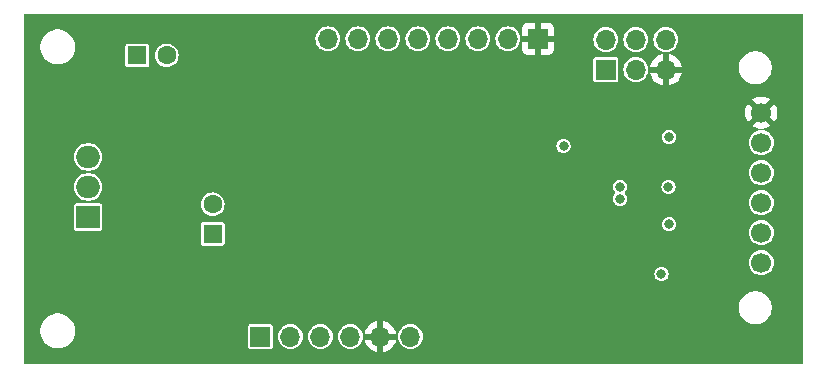
<source format=gbr>
%TF.GenerationSoftware,KiCad,Pcbnew,8.0.1*%
%TF.CreationDate,2024-04-26T19:33:56+02:00*%
%TF.ProjectId,lps-1,6c70732d-312e-46b6-9963-61645f706362,1.01*%
%TF.SameCoordinates,Original*%
%TF.FileFunction,Copper,L3,Inr*%
%TF.FilePolarity,Positive*%
%FSLAX46Y46*%
G04 Gerber Fmt 4.6, Leading zero omitted, Abs format (unit mm)*
G04 Created by KiCad (PCBNEW 8.0.1) date 2024-04-26 19:33:56*
%MOMM*%
%LPD*%
G01*
G04 APERTURE LIST*
%TA.AperFunction,ComponentPad*%
%ADD10C,1.700000*%
%TD*%
%TA.AperFunction,ComponentPad*%
%ADD11R,2.000000X1.905000*%
%TD*%
%TA.AperFunction,ComponentPad*%
%ADD12O,2.000000X1.905000*%
%TD*%
%TA.AperFunction,ComponentPad*%
%ADD13R,1.700000X1.700000*%
%TD*%
%TA.AperFunction,ComponentPad*%
%ADD14O,1.700000X1.700000*%
%TD*%
%TA.AperFunction,ComponentPad*%
%ADD15R,1.600000X1.600000*%
%TD*%
%TA.AperFunction,ComponentPad*%
%ADD16C,1.600000*%
%TD*%
%TA.AperFunction,ViaPad*%
%ADD17C,0.800000*%
%TD*%
G04 APERTURE END LIST*
D10*
%TO.N,+3.3V*%
%TO.C,J4*%
X125540000Y-63550000D03*
%TO.N,GND*%
X125540000Y-66090000D03*
%TO.N,/SCL*%
X125540000Y-68630000D03*
%TO.N,/SDA*%
X125540000Y-71170000D03*
%TO.N,unconnected-(J4-Pin_5-Pad5)*%
X125540000Y-73710000D03*
%TO.N,unconnected-(J4-Pin_6-Pad6)*%
X125540000Y-76250000D03*
%TD*%
D11*
%TO.N,Net-(D1-K)*%
%TO.C,U1*%
X68550000Y-72379999D03*
D12*
%TO.N,GND*%
X68550000Y-69839999D03*
%TO.N,+5V*%
X68550000Y-67299999D03*
%TD*%
D13*
%TO.N,/TxD0*%
%TO.C,J5*%
X112375000Y-59905000D03*
D14*
%TO.N,/RxD0*%
X112375000Y-57365000D03*
%TO.N,/MODEM_SLEEP*%
X114915000Y-59905000D03*
%TO.N,/MODEM_RESET*%
X114915000Y-57365000D03*
%TO.N,+3.3V*%
X117455000Y-59905000D03*
%TO.N,GND*%
X117455000Y-57365000D03*
%TD*%
D15*
%TO.N,+5V*%
%TO.C,C6*%
X72700000Y-58700000D03*
D16*
%TO.N,GND*%
X75200000Y-58700000D03*
%TD*%
D13*
%TO.N,+3.3V*%
%TO.C,J6*%
X106630000Y-57290000D03*
D14*
%TO.N,GND*%
X104090000Y-57290000D03*
%TO.N,/UPDI*%
X101550000Y-57290000D03*
%TO.N,GND*%
X99010000Y-57290000D03*
%TO.N,/DIN*%
X96470000Y-57290000D03*
%TO.N,GND*%
X93930000Y-57290000D03*
%TO.N,/DOUT*%
X91390000Y-57290000D03*
%TO.N,GND*%
X88850000Y-57290000D03*
%TD*%
D15*
%TO.N,Net-(D1-K)*%
%TO.C,C1*%
X79098257Y-73796363D03*
D16*
%TO.N,GND*%
X79098257Y-71296363D03*
%TD*%
D13*
%TO.N,/12VIN*%
%TO.C,J15*%
X83125000Y-82500000D03*
D14*
%TO.N,GND*%
X85665000Y-82500000D03*
%TO.N,+5V*%
X88205000Y-82500000D03*
%TO.N,GND*%
X90745000Y-82500000D03*
%TO.N,+3.3V*%
X93285000Y-82500000D03*
%TO.N,GND*%
X95825000Y-82500000D03*
%TD*%
D17*
%TO.N,+3.3V*%
X107875000Y-62750000D03*
X115300000Y-75850000D03*
X77000000Y-61550000D03*
X86725000Y-72650000D03*
%TO.N,GND*%
X117730000Y-65610000D03*
X117090000Y-77200000D03*
X117740000Y-72980000D03*
X117680000Y-69820000D03*
%TO.N,/SCL*%
X113575000Y-69824997D03*
%TO.N,/SDA*%
X113575000Y-70825000D03*
%TO.N,/UPDI*%
X108794474Y-66357072D03*
%TD*%
%TA.AperFunction,Conductor*%
%TO.N,+3.3V*%
G36*
X129053794Y-55171206D02*
G01*
X129072100Y-55215400D01*
X129072100Y-84784600D01*
X129053794Y-84828794D01*
X129009600Y-84847100D01*
X63214400Y-84847100D01*
X63170206Y-84828794D01*
X63151900Y-84784600D01*
X63151900Y-82141279D01*
X64497500Y-82141279D01*
X64497501Y-82141295D01*
X64533880Y-82370979D01*
X64533880Y-82370980D01*
X64605746Y-82592161D01*
X64605750Y-82592169D01*
X64711329Y-82799381D01*
X64848025Y-82987526D01*
X64848032Y-82987534D01*
X65012465Y-83151967D01*
X65012473Y-83151974D01*
X65142452Y-83246410D01*
X65200621Y-83288672D01*
X65407837Y-83394253D01*
X65629018Y-83466119D01*
X65725829Y-83481452D01*
X65858704Y-83502498D01*
X65858710Y-83502498D01*
X65858718Y-83502500D01*
X65858720Y-83502500D01*
X66091280Y-83502500D01*
X66091282Y-83502500D01*
X66320982Y-83466119D01*
X66542163Y-83394253D01*
X66590257Y-83369748D01*
X82074500Y-83369748D01*
X82086132Y-83428230D01*
X82086133Y-83428232D01*
X82130447Y-83494552D01*
X82196767Y-83538866D01*
X82196769Y-83538867D01*
X82255252Y-83550500D01*
X83994748Y-83550500D01*
X84053231Y-83538867D01*
X84119552Y-83494552D01*
X84163867Y-83428231D01*
X84175500Y-83369748D01*
X84175500Y-82500000D01*
X84609417Y-82500000D01*
X84629699Y-82705930D01*
X84629700Y-82705935D01*
X84689766Y-82903949D01*
X84689768Y-82903954D01*
X84787311Y-83086444D01*
X84787319Y-83086455D01*
X84838284Y-83148557D01*
X84918590Y-83246410D01*
X85078550Y-83377685D01*
X85078553Y-83377686D01*
X85078555Y-83377688D01*
X85109546Y-83394253D01*
X85261046Y-83475232D01*
X85459066Y-83535300D01*
X85665000Y-83555583D01*
X85870934Y-83535300D01*
X86068954Y-83475232D01*
X86251450Y-83377685D01*
X86411410Y-83246410D01*
X86542685Y-83086450D01*
X86640232Y-82903954D01*
X86700300Y-82705934D01*
X86720583Y-82500000D01*
X87149417Y-82500000D01*
X87169699Y-82705930D01*
X87169700Y-82705935D01*
X87229766Y-82903949D01*
X87229768Y-82903954D01*
X87327311Y-83086444D01*
X87327319Y-83086455D01*
X87378284Y-83148557D01*
X87458590Y-83246410D01*
X87618550Y-83377685D01*
X87618553Y-83377686D01*
X87618555Y-83377688D01*
X87649546Y-83394253D01*
X87801046Y-83475232D01*
X87999066Y-83535300D01*
X88205000Y-83555583D01*
X88410934Y-83535300D01*
X88608954Y-83475232D01*
X88791450Y-83377685D01*
X88951410Y-83246410D01*
X89082685Y-83086450D01*
X89180232Y-82903954D01*
X89240300Y-82705934D01*
X89260583Y-82500000D01*
X89689417Y-82500000D01*
X89709699Y-82705930D01*
X89709700Y-82705935D01*
X89769766Y-82903949D01*
X89769768Y-82903954D01*
X89867311Y-83086444D01*
X89867319Y-83086455D01*
X89918284Y-83148557D01*
X89998590Y-83246410D01*
X90158550Y-83377685D01*
X90158553Y-83377686D01*
X90158555Y-83377688D01*
X90189546Y-83394253D01*
X90341046Y-83475232D01*
X90539066Y-83535300D01*
X90745000Y-83555583D01*
X90950934Y-83535300D01*
X91148954Y-83475232D01*
X91331450Y-83377685D01*
X91491410Y-83246410D01*
X91622685Y-83086450D01*
X91720232Y-82903954D01*
X91765720Y-82754000D01*
X91948457Y-82754000D01*
X91996178Y-82942451D01*
X91996179Y-82942455D01*
X92086583Y-83148554D01*
X92086585Y-83148557D01*
X92209674Y-83336957D01*
X92209677Y-83336962D01*
X92362101Y-83502538D01*
X92362104Y-83502541D01*
X92539697Y-83640767D01*
X92539699Y-83640768D01*
X92737627Y-83747880D01*
X92737628Y-83747881D01*
X92950487Y-83820956D01*
X93031000Y-83834391D01*
X93031000Y-82930702D01*
X93092007Y-82965925D01*
X93219174Y-83000000D01*
X93350826Y-83000000D01*
X93477993Y-82965925D01*
X93539000Y-82930702D01*
X93539000Y-83834391D01*
X93619512Y-83820956D01*
X93832371Y-83747881D01*
X93832372Y-83747880D01*
X94030300Y-83640768D01*
X94030302Y-83640767D01*
X94207895Y-83502541D01*
X94207898Y-83502538D01*
X94360322Y-83336962D01*
X94360325Y-83336957D01*
X94483414Y-83148557D01*
X94483416Y-83148554D01*
X94573820Y-82942455D01*
X94573821Y-82942451D01*
X94621543Y-82754000D01*
X93715703Y-82754000D01*
X93750925Y-82692993D01*
X93785000Y-82565826D01*
X93785000Y-82500000D01*
X94769417Y-82500000D01*
X94789699Y-82705930D01*
X94789700Y-82705935D01*
X94849766Y-82903949D01*
X94849768Y-82903954D01*
X94947311Y-83086444D01*
X94947319Y-83086455D01*
X94998284Y-83148557D01*
X95078590Y-83246410D01*
X95238550Y-83377685D01*
X95238553Y-83377686D01*
X95238555Y-83377688D01*
X95269546Y-83394253D01*
X95421046Y-83475232D01*
X95619066Y-83535300D01*
X95825000Y-83555583D01*
X96030934Y-83535300D01*
X96228954Y-83475232D01*
X96411450Y-83377685D01*
X96571410Y-83246410D01*
X96702685Y-83086450D01*
X96800232Y-82903954D01*
X96860300Y-82705934D01*
X96880583Y-82500000D01*
X96860300Y-82294066D01*
X96800232Y-82096046D01*
X96702685Y-81913550D01*
X96571410Y-81753590D01*
X96480544Y-81679019D01*
X96411455Y-81622319D01*
X96411453Y-81622318D01*
X96411450Y-81622315D01*
X96411448Y-81622313D01*
X96411444Y-81622311D01*
X96228954Y-81524768D01*
X96228949Y-81524766D01*
X96030935Y-81464700D01*
X96030930Y-81464699D01*
X95825000Y-81444417D01*
X95619069Y-81464699D01*
X95619064Y-81464700D01*
X95421050Y-81524766D01*
X95421045Y-81524768D01*
X95238555Y-81622311D01*
X95238544Y-81622319D01*
X95078591Y-81753588D01*
X95078588Y-81753591D01*
X94947319Y-81913544D01*
X94947311Y-81913555D01*
X94849768Y-82096045D01*
X94849766Y-82096050D01*
X94789700Y-82294064D01*
X94789699Y-82294069D01*
X94769417Y-82499999D01*
X94769417Y-82500000D01*
X93785000Y-82500000D01*
X93785000Y-82434174D01*
X93750925Y-82307007D01*
X93715703Y-82246000D01*
X94621543Y-82246000D01*
X94573821Y-82057548D01*
X94573820Y-82057544D01*
X94483416Y-81851445D01*
X94483414Y-81851442D01*
X94360325Y-81663042D01*
X94360322Y-81663037D01*
X94207898Y-81497461D01*
X94207895Y-81497458D01*
X94030302Y-81359232D01*
X94030300Y-81359231D01*
X93832372Y-81252119D01*
X93832371Y-81252118D01*
X93619507Y-81179041D01*
X93539000Y-81165606D01*
X93539000Y-82069297D01*
X93477993Y-82034075D01*
X93350826Y-82000000D01*
X93219174Y-82000000D01*
X93092007Y-82034075D01*
X93031000Y-82069297D01*
X93031000Y-81165606D01*
X92950492Y-81179041D01*
X92737628Y-81252118D01*
X92737627Y-81252119D01*
X92539699Y-81359231D01*
X92539697Y-81359232D01*
X92362104Y-81497458D01*
X92362101Y-81497461D01*
X92209677Y-81663037D01*
X92209674Y-81663042D01*
X92086585Y-81851442D01*
X92086583Y-81851445D01*
X91996179Y-82057544D01*
X91996178Y-82057548D01*
X91948457Y-82246000D01*
X92854297Y-82246000D01*
X92819075Y-82307007D01*
X92785000Y-82434174D01*
X92785000Y-82565826D01*
X92819075Y-82692993D01*
X92854297Y-82754000D01*
X91948457Y-82754000D01*
X91765720Y-82754000D01*
X91780300Y-82705934D01*
X91800583Y-82500000D01*
X91780300Y-82294066D01*
X91720232Y-82096046D01*
X91622685Y-81913550D01*
X91491410Y-81753590D01*
X91400544Y-81679019D01*
X91331455Y-81622319D01*
X91331453Y-81622318D01*
X91331450Y-81622315D01*
X91331448Y-81622313D01*
X91331444Y-81622311D01*
X91148954Y-81524768D01*
X91148949Y-81524766D01*
X90950935Y-81464700D01*
X90950930Y-81464699D01*
X90745000Y-81444417D01*
X90539069Y-81464699D01*
X90539064Y-81464700D01*
X90341050Y-81524766D01*
X90341045Y-81524768D01*
X90158555Y-81622311D01*
X90158544Y-81622319D01*
X89998591Y-81753588D01*
X89998588Y-81753591D01*
X89867319Y-81913544D01*
X89867311Y-81913555D01*
X89769768Y-82096045D01*
X89769766Y-82096050D01*
X89709700Y-82294064D01*
X89709699Y-82294069D01*
X89689417Y-82499999D01*
X89689417Y-82500000D01*
X89260583Y-82500000D01*
X89240300Y-82294066D01*
X89180232Y-82096046D01*
X89082685Y-81913550D01*
X88951410Y-81753590D01*
X88860544Y-81679019D01*
X88791455Y-81622319D01*
X88791453Y-81622318D01*
X88791450Y-81622315D01*
X88791448Y-81622313D01*
X88791444Y-81622311D01*
X88608954Y-81524768D01*
X88608949Y-81524766D01*
X88410935Y-81464700D01*
X88410930Y-81464699D01*
X88205000Y-81444417D01*
X87999069Y-81464699D01*
X87999064Y-81464700D01*
X87801050Y-81524766D01*
X87801045Y-81524768D01*
X87618555Y-81622311D01*
X87618544Y-81622319D01*
X87458591Y-81753588D01*
X87458588Y-81753591D01*
X87327319Y-81913544D01*
X87327311Y-81913555D01*
X87229768Y-82096045D01*
X87229766Y-82096050D01*
X87169700Y-82294064D01*
X87169699Y-82294069D01*
X87149417Y-82499999D01*
X87149417Y-82500000D01*
X86720583Y-82500000D01*
X86700300Y-82294066D01*
X86640232Y-82096046D01*
X86542685Y-81913550D01*
X86411410Y-81753590D01*
X86320544Y-81679019D01*
X86251455Y-81622319D01*
X86251453Y-81622318D01*
X86251450Y-81622315D01*
X86251448Y-81622313D01*
X86251444Y-81622311D01*
X86068954Y-81524768D01*
X86068949Y-81524766D01*
X85870935Y-81464700D01*
X85870930Y-81464699D01*
X85665000Y-81444417D01*
X85459069Y-81464699D01*
X85459064Y-81464700D01*
X85261050Y-81524766D01*
X85261045Y-81524768D01*
X85078555Y-81622311D01*
X85078544Y-81622319D01*
X84918591Y-81753588D01*
X84918588Y-81753591D01*
X84787319Y-81913544D01*
X84787311Y-81913555D01*
X84689768Y-82096045D01*
X84689766Y-82096050D01*
X84629700Y-82294064D01*
X84629699Y-82294069D01*
X84609417Y-82499999D01*
X84609417Y-82500000D01*
X84175500Y-82500000D01*
X84175500Y-81630252D01*
X84163867Y-81571769D01*
X84163866Y-81571767D01*
X84119552Y-81505447D01*
X84053232Y-81461133D01*
X84053230Y-81461132D01*
X83994748Y-81449500D01*
X82255252Y-81449500D01*
X82196769Y-81461132D01*
X82196767Y-81461133D01*
X82130447Y-81505447D01*
X82086133Y-81571767D01*
X82086132Y-81571769D01*
X82074500Y-81630251D01*
X82074500Y-83369748D01*
X66590257Y-83369748D01*
X66749379Y-83288672D01*
X66937527Y-83151974D01*
X67101974Y-82987527D01*
X67238672Y-82799379D01*
X67344253Y-82592163D01*
X67416119Y-82370982D01*
X67452500Y-82141282D01*
X67452500Y-81908718D01*
X67416119Y-81679018D01*
X67344253Y-81457837D01*
X67238672Y-81250621D01*
X67101974Y-81062473D01*
X67101967Y-81062465D01*
X66937534Y-80898032D01*
X66937526Y-80898025D01*
X66749381Y-80761329D01*
X66542169Y-80655750D01*
X66542161Y-80655746D01*
X66320980Y-80583880D01*
X66091295Y-80547501D01*
X66091283Y-80547500D01*
X66091282Y-80547500D01*
X65858718Y-80547500D01*
X65858716Y-80547500D01*
X65858704Y-80547501D01*
X65629020Y-80583880D01*
X65629019Y-80583880D01*
X65407838Y-80655746D01*
X65407830Y-80655750D01*
X65200618Y-80761329D01*
X65012473Y-80898025D01*
X65012465Y-80898032D01*
X64848032Y-81062465D01*
X64848025Y-81062473D01*
X64711329Y-81250618D01*
X64605750Y-81457830D01*
X64605746Y-81457838D01*
X64533880Y-81679019D01*
X64533880Y-81679020D01*
X64497501Y-81908704D01*
X64497500Y-81908720D01*
X64497500Y-82141279D01*
X63151900Y-82141279D01*
X63151900Y-80169983D01*
X123634500Y-80169983D01*
X123634501Y-80169999D01*
X123668910Y-80387246D01*
X123668910Y-80387247D01*
X123736886Y-80596455D01*
X123736887Y-80596457D01*
X123767097Y-80655746D01*
X123836751Y-80792449D01*
X123966047Y-80970410D01*
X123966050Y-80970413D01*
X123966053Y-80970417D01*
X124121582Y-81125946D01*
X124121585Y-81125948D01*
X124121590Y-81125953D01*
X124299551Y-81255249D01*
X124495546Y-81355114D01*
X124704751Y-81423089D01*
X124796322Y-81437592D01*
X124922000Y-81457498D01*
X124922006Y-81457498D01*
X124922014Y-81457500D01*
X124922016Y-81457500D01*
X125141984Y-81457500D01*
X125141986Y-81457500D01*
X125359249Y-81423089D01*
X125568454Y-81355114D01*
X125764449Y-81255249D01*
X125942410Y-81125953D01*
X126097953Y-80970410D01*
X126227249Y-80792449D01*
X126327114Y-80596454D01*
X126395089Y-80387249D01*
X126429500Y-80169986D01*
X126429500Y-79950014D01*
X126395089Y-79732751D01*
X126327114Y-79523546D01*
X126227249Y-79327551D01*
X126097953Y-79149590D01*
X126097948Y-79149585D01*
X126097946Y-79149582D01*
X125942417Y-78994053D01*
X125942413Y-78994050D01*
X125942410Y-78994047D01*
X125764449Y-78864751D01*
X125568457Y-78764887D01*
X125568455Y-78764886D01*
X125359247Y-78696910D01*
X125141999Y-78662501D01*
X125141987Y-78662500D01*
X125141986Y-78662500D01*
X124922014Y-78662500D01*
X124922012Y-78662500D01*
X124922000Y-78662501D01*
X124704753Y-78696910D01*
X124704752Y-78696910D01*
X124495544Y-78764886D01*
X124495542Y-78764887D01*
X124299550Y-78864751D01*
X124121582Y-78994053D01*
X123966053Y-79149582D01*
X123836751Y-79327550D01*
X123736887Y-79523542D01*
X123736886Y-79523544D01*
X123668910Y-79732752D01*
X123668910Y-79732753D01*
X123634501Y-79950000D01*
X123634500Y-79950016D01*
X123634500Y-80169983D01*
X63151900Y-80169983D01*
X63151900Y-77200001D01*
X116484318Y-77200001D01*
X116504954Y-77356755D01*
X116504957Y-77356765D01*
X116565462Y-77502838D01*
X116565464Y-77502841D01*
X116661717Y-77628282D01*
X116757971Y-77702139D01*
X116787159Y-77724536D01*
X116933238Y-77785044D01*
X116933242Y-77785044D01*
X116933244Y-77785045D01*
X117089998Y-77805682D01*
X117090000Y-77805682D01*
X117090002Y-77805682D01*
X117246755Y-77785045D01*
X117246755Y-77785044D01*
X117246762Y-77785044D01*
X117392841Y-77724536D01*
X117518282Y-77628282D01*
X117614536Y-77502841D01*
X117675044Y-77356762D01*
X117695682Y-77200000D01*
X117675044Y-77043238D01*
X117614536Y-76897159D01*
X117592139Y-76867971D01*
X117518282Y-76771717D01*
X117392841Y-76675464D01*
X117392838Y-76675462D01*
X117246765Y-76614957D01*
X117246755Y-76614954D01*
X117090002Y-76594318D01*
X117089998Y-76594318D01*
X116933244Y-76614954D01*
X116933234Y-76614957D01*
X116787161Y-76675462D01*
X116787158Y-76675464D01*
X116661717Y-76771717D01*
X116565464Y-76897158D01*
X116565462Y-76897161D01*
X116504957Y-77043234D01*
X116504954Y-77043244D01*
X116484318Y-77199998D01*
X116484318Y-77200001D01*
X63151900Y-77200001D01*
X63151900Y-76250000D01*
X124484417Y-76250000D01*
X124504699Y-76455930D01*
X124504700Y-76455935D01*
X124564766Y-76653949D01*
X124564768Y-76653954D01*
X124662311Y-76836444D01*
X124662319Y-76836455D01*
X124793588Y-76996408D01*
X124793591Y-76996411D01*
X124850650Y-77043238D01*
X124953550Y-77127685D01*
X124953553Y-77127686D01*
X124953555Y-77127688D01*
X125028912Y-77167967D01*
X125136046Y-77225232D01*
X125334066Y-77285300D01*
X125540000Y-77305583D01*
X125745934Y-77285300D01*
X125943954Y-77225232D01*
X126126450Y-77127685D01*
X126286410Y-76996410D01*
X126417685Y-76836450D01*
X126515232Y-76653954D01*
X126575300Y-76455934D01*
X126595583Y-76250000D01*
X126575300Y-76044066D01*
X126515232Y-75846046D01*
X126417685Y-75663550D01*
X126286410Y-75503590D01*
X126126450Y-75372315D01*
X126126448Y-75372313D01*
X126126444Y-75372311D01*
X125943954Y-75274768D01*
X125943949Y-75274766D01*
X125745935Y-75214700D01*
X125745930Y-75214699D01*
X125540000Y-75194417D01*
X125334069Y-75214699D01*
X125334064Y-75214700D01*
X125136050Y-75274766D01*
X125136045Y-75274768D01*
X124953555Y-75372311D01*
X124953544Y-75372319D01*
X124793591Y-75503588D01*
X124793588Y-75503591D01*
X124662319Y-75663544D01*
X124662311Y-75663555D01*
X124564768Y-75846045D01*
X124564766Y-75846050D01*
X124504700Y-76044064D01*
X124504699Y-76044069D01*
X124484417Y-76249999D01*
X124484417Y-76250000D01*
X63151900Y-76250000D01*
X63151900Y-74616111D01*
X78097757Y-74616111D01*
X78109389Y-74674593D01*
X78109390Y-74674595D01*
X78153704Y-74740915D01*
X78220024Y-74785229D01*
X78220026Y-74785230D01*
X78278509Y-74796863D01*
X79918005Y-74796863D01*
X79976488Y-74785230D01*
X80042809Y-74740915D01*
X80087124Y-74674594D01*
X80098757Y-74616111D01*
X80098757Y-73710000D01*
X124484417Y-73710000D01*
X124504699Y-73915930D01*
X124504700Y-73915935D01*
X124564766Y-74113949D01*
X124564768Y-74113954D01*
X124662311Y-74296444D01*
X124662313Y-74296448D01*
X124662315Y-74296450D01*
X124793590Y-74456410D01*
X124953550Y-74587685D01*
X124953553Y-74587686D01*
X124953555Y-74587688D01*
X125006731Y-74616111D01*
X125136046Y-74685232D01*
X125334066Y-74745300D01*
X125540000Y-74765583D01*
X125745934Y-74745300D01*
X125943954Y-74685232D01*
X126126450Y-74587685D01*
X126286410Y-74456410D01*
X126417685Y-74296450D01*
X126515232Y-74113954D01*
X126575300Y-73915934D01*
X126595583Y-73710000D01*
X126575300Y-73504066D01*
X126515232Y-73306046D01*
X126424747Y-73136762D01*
X126417688Y-73123555D01*
X126417686Y-73123553D01*
X126417685Y-73123550D01*
X126297099Y-72976615D01*
X126286411Y-72963591D01*
X126286408Y-72963588D01*
X126126455Y-72832319D01*
X126126453Y-72832318D01*
X126126450Y-72832315D01*
X126126448Y-72832313D01*
X126126444Y-72832311D01*
X125943954Y-72734768D01*
X125943949Y-72734766D01*
X125745935Y-72674700D01*
X125745930Y-72674699D01*
X125540000Y-72654417D01*
X125334069Y-72674699D01*
X125334064Y-72674700D01*
X125136050Y-72734766D01*
X125136045Y-72734768D01*
X124953555Y-72832311D01*
X124953544Y-72832319D01*
X124793591Y-72963588D01*
X124793588Y-72963591D01*
X124662319Y-73123544D01*
X124662311Y-73123555D01*
X124564768Y-73306045D01*
X124564766Y-73306050D01*
X124504700Y-73504064D01*
X124504699Y-73504069D01*
X124484417Y-73709999D01*
X124484417Y-73710000D01*
X80098757Y-73710000D01*
X80098757Y-72980001D01*
X117134318Y-72980001D01*
X117154954Y-73136755D01*
X117154957Y-73136765D01*
X117215462Y-73282838D01*
X117215464Y-73282841D01*
X117311717Y-73408282D01*
X117401340Y-73477051D01*
X117437159Y-73504536D01*
X117583238Y-73565044D01*
X117583242Y-73565044D01*
X117583244Y-73565045D01*
X117739998Y-73585682D01*
X117740000Y-73585682D01*
X117740002Y-73585682D01*
X117896755Y-73565045D01*
X117896755Y-73565044D01*
X117896762Y-73565044D01*
X118042841Y-73504536D01*
X118168282Y-73408282D01*
X118264536Y-73282841D01*
X118325044Y-73136762D01*
X118345682Y-72980000D01*
X118345236Y-72976615D01*
X118325045Y-72823244D01*
X118325044Y-72823242D01*
X118325044Y-72823238D01*
X118264536Y-72677159D01*
X118242139Y-72647971D01*
X118168282Y-72551717D01*
X118042841Y-72455464D01*
X118042838Y-72455462D01*
X117896765Y-72394957D01*
X117896755Y-72394954D01*
X117740002Y-72374318D01*
X117739998Y-72374318D01*
X117583244Y-72394954D01*
X117583234Y-72394957D01*
X117437161Y-72455462D01*
X117437158Y-72455464D01*
X117311717Y-72551717D01*
X117215464Y-72677158D01*
X117215462Y-72677161D01*
X117154957Y-72823234D01*
X117154954Y-72823244D01*
X117134318Y-72979998D01*
X117134318Y-72980001D01*
X80098757Y-72980001D01*
X80098757Y-72976615D01*
X80087124Y-72918132D01*
X80087123Y-72918130D01*
X80042809Y-72851810D01*
X79976489Y-72807496D01*
X79976487Y-72807495D01*
X79918005Y-72795863D01*
X78278509Y-72795863D01*
X78220026Y-72807495D01*
X78220024Y-72807496D01*
X78153704Y-72851810D01*
X78109390Y-72918130D01*
X78109389Y-72918132D01*
X78097757Y-72976614D01*
X78097757Y-74616111D01*
X63151900Y-74616111D01*
X63151900Y-73352247D01*
X67349500Y-73352247D01*
X67361132Y-73410729D01*
X67361133Y-73410731D01*
X67405447Y-73477051D01*
X67471767Y-73521365D01*
X67471769Y-73521366D01*
X67530252Y-73532999D01*
X69569748Y-73532999D01*
X69628231Y-73521366D01*
X69694552Y-73477051D01*
X69738867Y-73410730D01*
X69750500Y-73352247D01*
X69750500Y-71407751D01*
X69738867Y-71349268D01*
X69738866Y-71349266D01*
X69703517Y-71296363D01*
X78092916Y-71296363D01*
X78112232Y-71492493D01*
X78112233Y-71492495D01*
X78169443Y-71681090D01*
X78169444Y-71681091D01*
X78262343Y-71854895D01*
X78262347Y-71854901D01*
X78387374Y-72007246D01*
X78539719Y-72132273D01*
X78539721Y-72132274D01*
X78539724Y-72132276D01*
X78563965Y-72145233D01*
X78713530Y-72225177D01*
X78902125Y-72282387D01*
X79098257Y-72301704D01*
X79294389Y-72282387D01*
X79482984Y-72225177D01*
X79656795Y-72132273D01*
X79809140Y-72007246D01*
X79934167Y-71854901D01*
X80027071Y-71681090D01*
X80084281Y-71492495D01*
X80103598Y-71296363D01*
X80084281Y-71100231D01*
X80027071Y-70911636D01*
X79980764Y-70825001D01*
X112969318Y-70825001D01*
X112989954Y-70981755D01*
X112989957Y-70981765D01*
X113050462Y-71127838D01*
X113050464Y-71127841D01*
X113146717Y-71253282D01*
X113185378Y-71282947D01*
X113272159Y-71349536D01*
X113418238Y-71410044D01*
X113418242Y-71410044D01*
X113418244Y-71410045D01*
X113574998Y-71430682D01*
X113575000Y-71430682D01*
X113575002Y-71430682D01*
X113731755Y-71410045D01*
X113731755Y-71410044D01*
X113731762Y-71410044D01*
X113877841Y-71349536D01*
X114003282Y-71253282D01*
X114067186Y-71170000D01*
X124484417Y-71170000D01*
X124504699Y-71375930D01*
X124504700Y-71375935D01*
X124564766Y-71573949D01*
X124564768Y-71573954D01*
X124662311Y-71756444D01*
X124662313Y-71756448D01*
X124662315Y-71756450D01*
X124793590Y-71916410D01*
X124953550Y-72047685D01*
X124953553Y-72047686D01*
X124953555Y-72047688D01*
X125028912Y-72087967D01*
X125136046Y-72145232D01*
X125334066Y-72205300D01*
X125540000Y-72225583D01*
X125745934Y-72205300D01*
X125943954Y-72145232D01*
X126126450Y-72047685D01*
X126286410Y-71916410D01*
X126417685Y-71756450D01*
X126515232Y-71573954D01*
X126575300Y-71375934D01*
X126595583Y-71170000D01*
X126575300Y-70964066D01*
X126515232Y-70766046D01*
X126457967Y-70658912D01*
X126417688Y-70583555D01*
X126417686Y-70583553D01*
X126417685Y-70583550D01*
X126286410Y-70423590D01*
X126263811Y-70405044D01*
X126126455Y-70292319D01*
X126126453Y-70292318D01*
X126126450Y-70292315D01*
X126126448Y-70292313D01*
X126126444Y-70292311D01*
X125943954Y-70194768D01*
X125943949Y-70194766D01*
X125745935Y-70134700D01*
X125745930Y-70134699D01*
X125540000Y-70114417D01*
X125334069Y-70134699D01*
X125334064Y-70134700D01*
X125136050Y-70194766D01*
X125136045Y-70194768D01*
X124953555Y-70292311D01*
X124953544Y-70292319D01*
X124793591Y-70423588D01*
X124793588Y-70423591D01*
X124662319Y-70583544D01*
X124662311Y-70583555D01*
X124564768Y-70766045D01*
X124564766Y-70766050D01*
X124504700Y-70964064D01*
X124504699Y-70964069D01*
X124484417Y-71169999D01*
X124484417Y-71170000D01*
X114067186Y-71170000D01*
X114099536Y-71127841D01*
X114160044Y-70981762D01*
X114169276Y-70911636D01*
X114180682Y-70825001D01*
X114180682Y-70824998D01*
X114160045Y-70668244D01*
X114160044Y-70668242D01*
X114160044Y-70668238D01*
X114099536Y-70522159D01*
X114003282Y-70396718D01*
X114003279Y-70396716D01*
X114003278Y-70396714D01*
X113974434Y-70374581D01*
X113950517Y-70333154D01*
X113962898Y-70286949D01*
X113974427Y-70275419D01*
X114003282Y-70253279D01*
X114099536Y-70127838D01*
X114160044Y-69981759D01*
X114160045Y-69981752D01*
X114180682Y-69824998D01*
X114180682Y-69824995D01*
X114180025Y-69820001D01*
X117074318Y-69820001D01*
X117094954Y-69976755D01*
X117094957Y-69976765D01*
X117155462Y-70122838D01*
X117155464Y-70122841D01*
X117251717Y-70248282D01*
X117309103Y-70292315D01*
X117377159Y-70344536D01*
X117523238Y-70405044D01*
X117523242Y-70405044D01*
X117523244Y-70405045D01*
X117679998Y-70425682D01*
X117680000Y-70425682D01*
X117680002Y-70425682D01*
X117836755Y-70405045D01*
X117836755Y-70405044D01*
X117836762Y-70405044D01*
X117982841Y-70344536D01*
X118108282Y-70248282D01*
X118204536Y-70122841D01*
X118265044Y-69976762D01*
X118285024Y-69824997D01*
X118285682Y-69820001D01*
X118285682Y-69819998D01*
X118265045Y-69663244D01*
X118265044Y-69663242D01*
X118265044Y-69663238D01*
X118206606Y-69522156D01*
X118204537Y-69517161D01*
X118204535Y-69517158D01*
X118197262Y-69507680D01*
X118182139Y-69487971D01*
X118108282Y-69391717D01*
X117982841Y-69295464D01*
X117982838Y-69295462D01*
X117836765Y-69234957D01*
X117836755Y-69234954D01*
X117680002Y-69214318D01*
X117679998Y-69214318D01*
X117523244Y-69234954D01*
X117523234Y-69234957D01*
X117377161Y-69295462D01*
X117377158Y-69295464D01*
X117251717Y-69391717D01*
X117155464Y-69517158D01*
X117155462Y-69517161D01*
X117094957Y-69663234D01*
X117094954Y-69663244D01*
X117074318Y-69819998D01*
X117074318Y-69820001D01*
X114180025Y-69820001D01*
X114160045Y-69668241D01*
X114160044Y-69668239D01*
X114160044Y-69668235D01*
X114099536Y-69522156D01*
X114077139Y-69492968D01*
X114003282Y-69396714D01*
X113877841Y-69300461D01*
X113877838Y-69300459D01*
X113731765Y-69239954D01*
X113731755Y-69239951D01*
X113575002Y-69219315D01*
X113574998Y-69219315D01*
X113418244Y-69239951D01*
X113418234Y-69239954D01*
X113272161Y-69300459D01*
X113272158Y-69300461D01*
X113146717Y-69396714D01*
X113050464Y-69522155D01*
X113050462Y-69522158D01*
X112989957Y-69668231D01*
X112989954Y-69668241D01*
X112969318Y-69824995D01*
X112969318Y-69824998D01*
X112989954Y-69981752D01*
X112989957Y-69981762D01*
X113044904Y-70114417D01*
X113050464Y-70127838D01*
X113146718Y-70253279D01*
X113146719Y-70253280D01*
X113146721Y-70253282D01*
X113175563Y-70275413D01*
X113199481Y-70316840D01*
X113187101Y-70363045D01*
X113175564Y-70374582D01*
X113146722Y-70396714D01*
X113146720Y-70396716D01*
X113146718Y-70396718D01*
X113097816Y-70460449D01*
X113050462Y-70522162D01*
X112989957Y-70668234D01*
X112989954Y-70668244D01*
X112969318Y-70824998D01*
X112969318Y-70825001D01*
X79980764Y-70825001D01*
X79949254Y-70766050D01*
X79934170Y-70737830D01*
X79934166Y-70737824D01*
X79809140Y-70585480D01*
X79656795Y-70460453D01*
X79656789Y-70460449D01*
X79537548Y-70396714D01*
X79482984Y-70367549D01*
X79342713Y-70324998D01*
X79294387Y-70310338D01*
X79098257Y-70291022D01*
X78902126Y-70310338D01*
X78789393Y-70344536D01*
X78713530Y-70367549D01*
X78713528Y-70367549D01*
X78713528Y-70367550D01*
X78539724Y-70460449D01*
X78539718Y-70460453D01*
X78387374Y-70585480D01*
X78262347Y-70737824D01*
X78262343Y-70737830D01*
X78215750Y-70825001D01*
X78169443Y-70911636D01*
X78153538Y-70964069D01*
X78112232Y-71100232D01*
X78092916Y-71296362D01*
X78092916Y-71296363D01*
X69703517Y-71296363D01*
X69694552Y-71282946D01*
X69628232Y-71238632D01*
X69628230Y-71238631D01*
X69569748Y-71226999D01*
X67530252Y-71226999D01*
X67471769Y-71238631D01*
X67471767Y-71238632D01*
X67405447Y-71282946D01*
X67361133Y-71349266D01*
X67361132Y-71349268D01*
X67349500Y-71407750D01*
X67349500Y-73352247D01*
X63151900Y-73352247D01*
X63151900Y-69930739D01*
X67349500Y-69930739D01*
X67349501Y-69930755D01*
X67377890Y-70109991D01*
X67377890Y-70109992D01*
X67433972Y-70282595D01*
X67433976Y-70282603D01*
X67516367Y-70444305D01*
X67623040Y-70591127D01*
X67623047Y-70591135D01*
X67751363Y-70719451D01*
X67751371Y-70719458D01*
X67896636Y-70825000D01*
X67898196Y-70826133D01*
X68059902Y-70908526D01*
X68232505Y-70964608D01*
X68308049Y-70976573D01*
X68411743Y-70992997D01*
X68411749Y-70992997D01*
X68411757Y-70992999D01*
X68411759Y-70992999D01*
X68688241Y-70992999D01*
X68688243Y-70992999D01*
X68867495Y-70964608D01*
X69040098Y-70908526D01*
X69201804Y-70826133D01*
X69348629Y-70719458D01*
X69476959Y-70591128D01*
X69583634Y-70444303D01*
X69666027Y-70282597D01*
X69722109Y-70109994D01*
X69750500Y-69930742D01*
X69750500Y-69749256D01*
X69722109Y-69570004D01*
X69666027Y-69397401D01*
X69583634Y-69235695D01*
X69476959Y-69088870D01*
X69476952Y-69088862D01*
X69348636Y-68960546D01*
X69348628Y-68960539D01*
X69201806Y-68853866D01*
X69040104Y-68771475D01*
X69040096Y-68771471D01*
X68867493Y-68715389D01*
X68688256Y-68687000D01*
X68688244Y-68686999D01*
X68688243Y-68686999D01*
X68411757Y-68686999D01*
X68411755Y-68686999D01*
X68411743Y-68687000D01*
X68232507Y-68715389D01*
X68232506Y-68715389D01*
X68059903Y-68771471D01*
X68059895Y-68771475D01*
X67898193Y-68853866D01*
X67751371Y-68960539D01*
X67751363Y-68960546D01*
X67623047Y-69088862D01*
X67623040Y-69088870D01*
X67516367Y-69235692D01*
X67433976Y-69397394D01*
X67433972Y-69397402D01*
X67377890Y-69570005D01*
X67377890Y-69570006D01*
X67349501Y-69749242D01*
X67349500Y-69749258D01*
X67349500Y-69930739D01*
X63151900Y-69930739D01*
X63151900Y-68630000D01*
X124484417Y-68630000D01*
X124504699Y-68835930D01*
X124504700Y-68835935D01*
X124564766Y-69033949D01*
X124564768Y-69033954D01*
X124662311Y-69216444D01*
X124662319Y-69216455D01*
X124793588Y-69376408D01*
X124793591Y-69376411D01*
X124818332Y-69396715D01*
X124953550Y-69507685D01*
X124953553Y-69507686D01*
X124953555Y-69507688D01*
X125028912Y-69547967D01*
X125136046Y-69605232D01*
X125334066Y-69665300D01*
X125540000Y-69685583D01*
X125745934Y-69665300D01*
X125943954Y-69605232D01*
X126126450Y-69507685D01*
X126286410Y-69376410D01*
X126417685Y-69216450D01*
X126515232Y-69033954D01*
X126575300Y-68835934D01*
X126595583Y-68630000D01*
X126575300Y-68424066D01*
X126515232Y-68226046D01*
X126457967Y-68118912D01*
X126417688Y-68043555D01*
X126417686Y-68043553D01*
X126417685Y-68043550D01*
X126286410Y-67883590D01*
X126126450Y-67752315D01*
X126126448Y-67752313D01*
X126126444Y-67752311D01*
X125943954Y-67654768D01*
X125943949Y-67654766D01*
X125745935Y-67594700D01*
X125745930Y-67594699D01*
X125540000Y-67574417D01*
X125334069Y-67594699D01*
X125334064Y-67594700D01*
X125136050Y-67654766D01*
X125136045Y-67654768D01*
X124953555Y-67752311D01*
X124953544Y-67752319D01*
X124793591Y-67883588D01*
X124793588Y-67883591D01*
X124662319Y-68043544D01*
X124662311Y-68043555D01*
X124564768Y-68226045D01*
X124564766Y-68226050D01*
X124504700Y-68424064D01*
X124504699Y-68424069D01*
X124484417Y-68629999D01*
X124484417Y-68630000D01*
X63151900Y-68630000D01*
X63151900Y-67390739D01*
X67349500Y-67390739D01*
X67349501Y-67390755D01*
X67377890Y-67569991D01*
X67377890Y-67569992D01*
X67433972Y-67742595D01*
X67433976Y-67742603D01*
X67516367Y-67904305D01*
X67623040Y-68051127D01*
X67623047Y-68051135D01*
X67751363Y-68179451D01*
X67751371Y-68179458D01*
X67898196Y-68286133D01*
X68059902Y-68368526D01*
X68232505Y-68424608D01*
X68308049Y-68436573D01*
X68411743Y-68452997D01*
X68411749Y-68452997D01*
X68411757Y-68452999D01*
X68411759Y-68452999D01*
X68688241Y-68452999D01*
X68688243Y-68452999D01*
X68867495Y-68424608D01*
X69040098Y-68368526D01*
X69201804Y-68286133D01*
X69348629Y-68179458D01*
X69476959Y-68051128D01*
X69583634Y-67904303D01*
X69666027Y-67742597D01*
X69722109Y-67569994D01*
X69750500Y-67390742D01*
X69750500Y-67209256D01*
X69722109Y-67030004D01*
X69666027Y-66857401D01*
X69583634Y-66695695D01*
X69476959Y-66548870D01*
X69476952Y-66548862D01*
X69348636Y-66420546D01*
X69348628Y-66420539D01*
X69261275Y-66357073D01*
X108188792Y-66357073D01*
X108209428Y-66513827D01*
X108209431Y-66513837D01*
X108269936Y-66659910D01*
X108269938Y-66659913D01*
X108366191Y-66785354D01*
X108432731Y-66836411D01*
X108491633Y-66881608D01*
X108637712Y-66942116D01*
X108637716Y-66942116D01*
X108637718Y-66942117D01*
X108794472Y-66962754D01*
X108794474Y-66962754D01*
X108794476Y-66962754D01*
X108951229Y-66942117D01*
X108951229Y-66942116D01*
X108951236Y-66942116D01*
X109097315Y-66881608D01*
X109222756Y-66785354D01*
X109319010Y-66659913D01*
X109379518Y-66513834D01*
X109391800Y-66420540D01*
X109400156Y-66357073D01*
X109400156Y-66357070D01*
X109379519Y-66200316D01*
X109379518Y-66200314D01*
X109379518Y-66200310D01*
X109319010Y-66054231D01*
X109296613Y-66025043D01*
X109222756Y-65928789D01*
X109097315Y-65832536D01*
X109097312Y-65832534D01*
X108951239Y-65772029D01*
X108951229Y-65772026D01*
X108794476Y-65751390D01*
X108794472Y-65751390D01*
X108637718Y-65772026D01*
X108637708Y-65772029D01*
X108491635Y-65832534D01*
X108491632Y-65832536D01*
X108366191Y-65928789D01*
X108269938Y-66054230D01*
X108269936Y-66054233D01*
X108209431Y-66200306D01*
X108209428Y-66200316D01*
X108188792Y-66357070D01*
X108188792Y-66357073D01*
X69261275Y-66357073D01*
X69201806Y-66313866D01*
X69040104Y-66231475D01*
X69040096Y-66231471D01*
X68867493Y-66175389D01*
X68688256Y-66147000D01*
X68688244Y-66146999D01*
X68688243Y-66146999D01*
X68411757Y-66146999D01*
X68411755Y-66146999D01*
X68411743Y-66147000D01*
X68232507Y-66175389D01*
X68232506Y-66175389D01*
X68059903Y-66231471D01*
X68059895Y-66231475D01*
X67898193Y-66313866D01*
X67751371Y-66420539D01*
X67751363Y-66420546D01*
X67623047Y-66548862D01*
X67623040Y-66548870D01*
X67516367Y-66695692D01*
X67433976Y-66857394D01*
X67433972Y-66857402D01*
X67377890Y-67030005D01*
X67377890Y-67030006D01*
X67349501Y-67209242D01*
X67349500Y-67209258D01*
X67349500Y-67390739D01*
X63151900Y-67390739D01*
X63151900Y-65610001D01*
X117124318Y-65610001D01*
X117144954Y-65766755D01*
X117144957Y-65766765D01*
X117205462Y-65912838D01*
X117205464Y-65912841D01*
X117301717Y-66038282D01*
X117369117Y-66089999D01*
X117427159Y-66134536D01*
X117573238Y-66195044D01*
X117573242Y-66195044D01*
X117573244Y-66195045D01*
X117729998Y-66215682D01*
X117730000Y-66215682D01*
X117730002Y-66215682D01*
X117886755Y-66195045D01*
X117886755Y-66195044D01*
X117886762Y-66195044D01*
X118032841Y-66134536D01*
X118090882Y-66090000D01*
X124484417Y-66090000D01*
X124504699Y-66295930D01*
X124504700Y-66295935D01*
X124564766Y-66493949D01*
X124564768Y-66493954D01*
X124662311Y-66676444D01*
X124662319Y-66676455D01*
X124751689Y-66785354D01*
X124793590Y-66836410D01*
X124953550Y-66967685D01*
X124953553Y-66967686D01*
X124953555Y-66967688D01*
X125028912Y-67007967D01*
X125136046Y-67065232D01*
X125334066Y-67125300D01*
X125540000Y-67145583D01*
X125745934Y-67125300D01*
X125943954Y-67065232D01*
X126126450Y-66967685D01*
X126286410Y-66836410D01*
X126417685Y-66676450D01*
X126515232Y-66493954D01*
X126575300Y-66295934D01*
X126595583Y-66090000D01*
X126575300Y-65884066D01*
X126515232Y-65686046D01*
X126417685Y-65503550D01*
X126286410Y-65343590D01*
X126242018Y-65307159D01*
X126126455Y-65212319D01*
X126126453Y-65212318D01*
X126126450Y-65212315D01*
X126126448Y-65212313D01*
X126126444Y-65212311D01*
X125943954Y-65114768D01*
X125943949Y-65114766D01*
X125745935Y-65054700D01*
X125745930Y-65054699D01*
X125540000Y-65034417D01*
X125334069Y-65054699D01*
X125334064Y-65054700D01*
X125136050Y-65114766D01*
X125136045Y-65114768D01*
X124953555Y-65212311D01*
X124953544Y-65212319D01*
X124793591Y-65343588D01*
X124793588Y-65343591D01*
X124662319Y-65503544D01*
X124662311Y-65503555D01*
X124564768Y-65686045D01*
X124564766Y-65686050D01*
X124504700Y-65884064D01*
X124504699Y-65884069D01*
X124484417Y-66089999D01*
X124484417Y-66090000D01*
X118090882Y-66090000D01*
X118158282Y-66038282D01*
X118254536Y-65912841D01*
X118315044Y-65766762D01*
X118325670Y-65686050D01*
X118335682Y-65610001D01*
X118335682Y-65609998D01*
X118315045Y-65453244D01*
X118315044Y-65453242D01*
X118315044Y-65453238D01*
X118254536Y-65307159D01*
X118181757Y-65212311D01*
X118158282Y-65181717D01*
X118032841Y-65085464D01*
X118032838Y-65085462D01*
X117886765Y-65024957D01*
X117886755Y-65024954D01*
X117730002Y-65004318D01*
X117729998Y-65004318D01*
X117573244Y-65024954D01*
X117573234Y-65024957D01*
X117427161Y-65085462D01*
X117427158Y-65085464D01*
X117301717Y-65181717D01*
X117205464Y-65307158D01*
X117205462Y-65307161D01*
X117144957Y-65453234D01*
X117144954Y-65453244D01*
X117124318Y-65609998D01*
X117124318Y-65610001D01*
X63151900Y-65610001D01*
X63151900Y-63550000D01*
X124177346Y-63550000D01*
X124195931Y-63774284D01*
X124251178Y-63992451D01*
X124251179Y-63992455D01*
X124341583Y-64198554D01*
X124341585Y-64198558D01*
X124416920Y-64313866D01*
X124416921Y-64313866D01*
X125055841Y-63674945D01*
X125074075Y-63742993D01*
X125139901Y-63857007D01*
X125232993Y-63950099D01*
X125347007Y-64015925D01*
X125415051Y-64034157D01*
X124774311Y-64674898D01*
X124774311Y-64674899D01*
X124794698Y-64690767D01*
X124992627Y-64797880D01*
X124992628Y-64797881D01*
X125205487Y-64870956D01*
X125427476Y-64908000D01*
X125652524Y-64908000D01*
X125874512Y-64870956D01*
X126087371Y-64797881D01*
X126087372Y-64797881D01*
X126285303Y-64690766D01*
X126305688Y-64674899D01*
X125664947Y-64034158D01*
X125732993Y-64015925D01*
X125847007Y-63950099D01*
X125940099Y-63857007D01*
X126005925Y-63742993D01*
X126024158Y-63674947D01*
X126663077Y-64313866D01*
X126738416Y-64198553D01*
X126828820Y-63992455D01*
X126828821Y-63992451D01*
X126884068Y-63774284D01*
X126902653Y-63550000D01*
X126884068Y-63325715D01*
X126828821Y-63107548D01*
X126828820Y-63107544D01*
X126738416Y-62901445D01*
X126738414Y-62901442D01*
X126663078Y-62786132D01*
X126663077Y-62786132D01*
X126024157Y-63425051D01*
X126005925Y-63357007D01*
X125940099Y-63242993D01*
X125847007Y-63149901D01*
X125732993Y-63084075D01*
X125664947Y-63065841D01*
X126305688Y-62425100D01*
X126285301Y-62409232D01*
X126087372Y-62302119D01*
X126087371Y-62302118D01*
X125874512Y-62229043D01*
X125652524Y-62192000D01*
X125427476Y-62192000D01*
X125205487Y-62229043D01*
X124992628Y-62302118D01*
X124992627Y-62302119D01*
X124794694Y-62409234D01*
X124774311Y-62425099D01*
X124774310Y-62425099D01*
X125415052Y-63065841D01*
X125347007Y-63084075D01*
X125232993Y-63149901D01*
X125139901Y-63242993D01*
X125074075Y-63357007D01*
X125055841Y-63425052D01*
X124416921Y-62786132D01*
X124416920Y-62786132D01*
X124341585Y-62901441D01*
X124341583Y-62901445D01*
X124251179Y-63107544D01*
X124251178Y-63107548D01*
X124195931Y-63325715D01*
X124177346Y-63550000D01*
X63151900Y-63550000D01*
X63151900Y-60774748D01*
X111324500Y-60774748D01*
X111336132Y-60833230D01*
X111336133Y-60833232D01*
X111380447Y-60899552D01*
X111446767Y-60943866D01*
X111446769Y-60943867D01*
X111505252Y-60955500D01*
X113244748Y-60955500D01*
X113303231Y-60943867D01*
X113369552Y-60899552D01*
X113413867Y-60833231D01*
X113425500Y-60774748D01*
X113425500Y-59905000D01*
X113859417Y-59905000D01*
X113879699Y-60110930D01*
X113879700Y-60110935D01*
X113939766Y-60308949D01*
X113939768Y-60308954D01*
X114037311Y-60491444D01*
X114037319Y-60491455D01*
X114088284Y-60553557D01*
X114168590Y-60651410D01*
X114328550Y-60782685D01*
X114328553Y-60782686D01*
X114328555Y-60782688D01*
X114372068Y-60805946D01*
X114511046Y-60880232D01*
X114709066Y-60940300D01*
X114915000Y-60960583D01*
X115120934Y-60940300D01*
X115318954Y-60880232D01*
X115501450Y-60782685D01*
X115661410Y-60651410D01*
X115792685Y-60491450D01*
X115890232Y-60308954D01*
X115935720Y-60159000D01*
X116118457Y-60159000D01*
X116166178Y-60347451D01*
X116166179Y-60347455D01*
X116256583Y-60553554D01*
X116256585Y-60553557D01*
X116379674Y-60741957D01*
X116379677Y-60741962D01*
X116532101Y-60907538D01*
X116532104Y-60907541D01*
X116709697Y-61045767D01*
X116709699Y-61045768D01*
X116907627Y-61152880D01*
X116907628Y-61152881D01*
X117120487Y-61225956D01*
X117201000Y-61239391D01*
X117201000Y-60335702D01*
X117262007Y-60370925D01*
X117389174Y-60405000D01*
X117520826Y-60405000D01*
X117647993Y-60370925D01*
X117709000Y-60335702D01*
X117709000Y-61239391D01*
X117789512Y-61225956D01*
X118002371Y-61152881D01*
X118002372Y-61152880D01*
X118200300Y-61045768D01*
X118200302Y-61045767D01*
X118377895Y-60907541D01*
X118377898Y-60907538D01*
X118530322Y-60741962D01*
X118530325Y-60741957D01*
X118653414Y-60553557D01*
X118653416Y-60553554D01*
X118743820Y-60347455D01*
X118743821Y-60347451D01*
X118791543Y-60159000D01*
X117885703Y-60159000D01*
X117920925Y-60097993D01*
X117955000Y-59970826D01*
X117955000Y-59849983D01*
X123634500Y-59849983D01*
X123634501Y-59849999D01*
X123668910Y-60067246D01*
X123668910Y-60067247D01*
X123736886Y-60276455D01*
X123736887Y-60276457D01*
X123802384Y-60405000D01*
X123836751Y-60472449D01*
X123966047Y-60650410D01*
X123966050Y-60650413D01*
X123966053Y-60650417D01*
X124121582Y-60805946D01*
X124121585Y-60805948D01*
X124121590Y-60805953D01*
X124299551Y-60935249D01*
X124495546Y-61035114D01*
X124704751Y-61103089D01*
X124796322Y-61117592D01*
X124922000Y-61137498D01*
X124922006Y-61137498D01*
X124922014Y-61137500D01*
X124922016Y-61137500D01*
X125141984Y-61137500D01*
X125141986Y-61137500D01*
X125359249Y-61103089D01*
X125568454Y-61035114D01*
X125764449Y-60935249D01*
X125942410Y-60805953D01*
X126097953Y-60650410D01*
X126227249Y-60472449D01*
X126327114Y-60276454D01*
X126395089Y-60067249D01*
X126429500Y-59849986D01*
X126429500Y-59630014D01*
X126424428Y-59597993D01*
X126409074Y-59501050D01*
X126395089Y-59412751D01*
X126327114Y-59203546D01*
X126227249Y-59007551D01*
X126097953Y-58829590D01*
X126097948Y-58829585D01*
X126097946Y-58829582D01*
X125942417Y-58674053D01*
X125942413Y-58674050D01*
X125942410Y-58674047D01*
X125764449Y-58544751D01*
X125684212Y-58503868D01*
X125568457Y-58444887D01*
X125568455Y-58444886D01*
X125359247Y-58376910D01*
X125141999Y-58342501D01*
X125141987Y-58342500D01*
X125141986Y-58342500D01*
X124922014Y-58342500D01*
X124922012Y-58342500D01*
X124922000Y-58342501D01*
X124704753Y-58376910D01*
X124704752Y-58376910D01*
X124495544Y-58444886D01*
X124495542Y-58444887D01*
X124299550Y-58544751D01*
X124166395Y-58641494D01*
X124144890Y-58657119D01*
X124121582Y-58674053D01*
X123966053Y-58829582D01*
X123836751Y-59007550D01*
X123736887Y-59203542D01*
X123736886Y-59203544D01*
X123668910Y-59412752D01*
X123668910Y-59412753D01*
X123634501Y-59630000D01*
X123634500Y-59630016D01*
X123634500Y-59849983D01*
X117955000Y-59849983D01*
X117955000Y-59839174D01*
X117920925Y-59712007D01*
X117885703Y-59651000D01*
X118791543Y-59651000D01*
X118743821Y-59462548D01*
X118743820Y-59462544D01*
X118653416Y-59256445D01*
X118653414Y-59256442D01*
X118530325Y-59068042D01*
X118530322Y-59068037D01*
X118377898Y-58902461D01*
X118377895Y-58902458D01*
X118200302Y-58764232D01*
X118200300Y-58764231D01*
X118002372Y-58657119D01*
X118002371Y-58657118D01*
X117789507Y-58584041D01*
X117709000Y-58570606D01*
X117709000Y-59474297D01*
X117647993Y-59439075D01*
X117520826Y-59405000D01*
X117389174Y-59405000D01*
X117262007Y-59439075D01*
X117201000Y-59474297D01*
X117201000Y-58570606D01*
X117120492Y-58584041D01*
X116907628Y-58657118D01*
X116907627Y-58657119D01*
X116709699Y-58764231D01*
X116709697Y-58764232D01*
X116532104Y-58902458D01*
X116532101Y-58902461D01*
X116379677Y-59068037D01*
X116379674Y-59068042D01*
X116256585Y-59256442D01*
X116256583Y-59256445D01*
X116166179Y-59462544D01*
X116166178Y-59462548D01*
X116118457Y-59651000D01*
X117024297Y-59651000D01*
X116989075Y-59712007D01*
X116955000Y-59839174D01*
X116955000Y-59970826D01*
X116989075Y-60097993D01*
X117024297Y-60159000D01*
X116118457Y-60159000D01*
X115935720Y-60159000D01*
X115950300Y-60110934D01*
X115970583Y-59905000D01*
X115950300Y-59699066D01*
X115890232Y-59501046D01*
X115792685Y-59318550D01*
X115661410Y-59158590D01*
X115592414Y-59101967D01*
X115501455Y-59027319D01*
X115501453Y-59027318D01*
X115501450Y-59027315D01*
X115501448Y-59027313D01*
X115501444Y-59027311D01*
X115318954Y-58929768D01*
X115318949Y-58929766D01*
X115120935Y-58869700D01*
X115120930Y-58869699D01*
X114915000Y-58849417D01*
X114709069Y-58869699D01*
X114709064Y-58869700D01*
X114511050Y-58929766D01*
X114511045Y-58929768D01*
X114328555Y-59027311D01*
X114328544Y-59027319D01*
X114168591Y-59158588D01*
X114168588Y-59158591D01*
X114037319Y-59318544D01*
X114037311Y-59318555D01*
X113939768Y-59501045D01*
X113939766Y-59501050D01*
X113879700Y-59699064D01*
X113879699Y-59699069D01*
X113859417Y-59904999D01*
X113859417Y-59905000D01*
X113425500Y-59905000D01*
X113425500Y-59035252D01*
X113413867Y-58976769D01*
X113387646Y-58937527D01*
X113369552Y-58910447D01*
X113303232Y-58866133D01*
X113303230Y-58866132D01*
X113244748Y-58854500D01*
X111505252Y-58854500D01*
X111446769Y-58866132D01*
X111446767Y-58866133D01*
X111380447Y-58910447D01*
X111336133Y-58976767D01*
X111336132Y-58976769D01*
X111324500Y-59035251D01*
X111324500Y-60774748D01*
X63151900Y-60774748D01*
X63151900Y-59519748D01*
X71699500Y-59519748D01*
X71711132Y-59578230D01*
X71711133Y-59578232D01*
X71755447Y-59644552D01*
X71821767Y-59688866D01*
X71821769Y-59688867D01*
X71880252Y-59700500D01*
X73519748Y-59700500D01*
X73578231Y-59688867D01*
X73644552Y-59644552D01*
X73688867Y-59578231D01*
X73700500Y-59519748D01*
X73700500Y-58700000D01*
X74194659Y-58700000D01*
X74213975Y-58896130D01*
X74224179Y-58929766D01*
X74271186Y-59084727D01*
X74271187Y-59084728D01*
X74364086Y-59258532D01*
X74364090Y-59258538D01*
X74489117Y-59410883D01*
X74641462Y-59535910D01*
X74641464Y-59535911D01*
X74641467Y-59535913D01*
X74686690Y-59560085D01*
X74815273Y-59628814D01*
X75003868Y-59686024D01*
X75200000Y-59705341D01*
X75396132Y-59686024D01*
X75584727Y-59628814D01*
X75758538Y-59535910D01*
X75910883Y-59410883D01*
X76035910Y-59258538D01*
X76128814Y-59084727D01*
X76186024Y-58896132D01*
X76205341Y-58700000D01*
X76202785Y-58674053D01*
X76186024Y-58503869D01*
X76168132Y-58444887D01*
X76128814Y-58315273D01*
X76049928Y-58167688D01*
X76035913Y-58141467D01*
X76035909Y-58141461D01*
X75910883Y-57989117D01*
X75758538Y-57864090D01*
X75758532Y-57864086D01*
X75619925Y-57790000D01*
X75584727Y-57771186D01*
X75464184Y-57734619D01*
X75396130Y-57713975D01*
X75200000Y-57694659D01*
X75003869Y-57713975D01*
X74883325Y-57750542D01*
X74815273Y-57771186D01*
X74815271Y-57771186D01*
X74815271Y-57771187D01*
X74641467Y-57864086D01*
X74641461Y-57864090D01*
X74489117Y-57989117D01*
X74364090Y-58141461D01*
X74364086Y-58141467D01*
X74297934Y-58265231D01*
X74271186Y-58315273D01*
X74261992Y-58345583D01*
X74213975Y-58503869D01*
X74194659Y-58699999D01*
X74194659Y-58700000D01*
X73700500Y-58700000D01*
X73700500Y-57880252D01*
X73688867Y-57821769D01*
X73688866Y-57821767D01*
X73644552Y-57755447D01*
X73578232Y-57711133D01*
X73578230Y-57711132D01*
X73519748Y-57699500D01*
X71880252Y-57699500D01*
X71821769Y-57711132D01*
X71821767Y-57711133D01*
X71755447Y-57755447D01*
X71711133Y-57821767D01*
X71711132Y-57821769D01*
X71699500Y-57880251D01*
X71699500Y-59519748D01*
X63151900Y-59519748D01*
X63151900Y-58091279D01*
X64497500Y-58091279D01*
X64497501Y-58091295D01*
X64533880Y-58320979D01*
X64533880Y-58320980D01*
X64605746Y-58542161D01*
X64605750Y-58542169D01*
X64711329Y-58749381D01*
X64848025Y-58937526D01*
X64848032Y-58937534D01*
X65012465Y-59101967D01*
X65012473Y-59101974D01*
X65152271Y-59203544D01*
X65200621Y-59238672D01*
X65407837Y-59344253D01*
X65629018Y-59416119D01*
X65725829Y-59431452D01*
X65858704Y-59452498D01*
X65858710Y-59452498D01*
X65858718Y-59452500D01*
X65858720Y-59452500D01*
X66091280Y-59452500D01*
X66091282Y-59452500D01*
X66320982Y-59416119D01*
X66542163Y-59344253D01*
X66749379Y-59238672D01*
X66937527Y-59101974D01*
X67101974Y-58937527D01*
X67238672Y-58749379D01*
X67344253Y-58542163D01*
X67416119Y-58320982D01*
X67452500Y-58091282D01*
X67452500Y-57858718D01*
X67416119Y-57629018D01*
X67344253Y-57407837D01*
X67284213Y-57290000D01*
X87794417Y-57290000D01*
X87814699Y-57495930D01*
X87814700Y-57495935D01*
X87874766Y-57693949D01*
X87874768Y-57693954D01*
X87972311Y-57876444D01*
X87972319Y-57876455D01*
X88103588Y-58036408D01*
X88103591Y-58036411D01*
X88215951Y-58128622D01*
X88263550Y-58167685D01*
X88263553Y-58167686D01*
X88263555Y-58167688D01*
X88302649Y-58188584D01*
X88446046Y-58265232D01*
X88644066Y-58325300D01*
X88850000Y-58345583D01*
X89055934Y-58325300D01*
X89253954Y-58265232D01*
X89436450Y-58167685D01*
X89596410Y-58036410D01*
X89727685Y-57876450D01*
X89825232Y-57693954D01*
X89885300Y-57495934D01*
X89905583Y-57290000D01*
X90334417Y-57290000D01*
X90354699Y-57495930D01*
X90354700Y-57495935D01*
X90414766Y-57693949D01*
X90414768Y-57693954D01*
X90512311Y-57876444D01*
X90512319Y-57876455D01*
X90643588Y-58036408D01*
X90643591Y-58036411D01*
X90755951Y-58128622D01*
X90803550Y-58167685D01*
X90803553Y-58167686D01*
X90803555Y-58167688D01*
X90842649Y-58188584D01*
X90986046Y-58265232D01*
X91184066Y-58325300D01*
X91390000Y-58345583D01*
X91595934Y-58325300D01*
X91793954Y-58265232D01*
X91976450Y-58167685D01*
X92136410Y-58036410D01*
X92267685Y-57876450D01*
X92365232Y-57693954D01*
X92425300Y-57495934D01*
X92445583Y-57290000D01*
X92874417Y-57290000D01*
X92894699Y-57495930D01*
X92894700Y-57495935D01*
X92954766Y-57693949D01*
X92954768Y-57693954D01*
X93052311Y-57876444D01*
X93052319Y-57876455D01*
X93183588Y-58036408D01*
X93183591Y-58036411D01*
X93295951Y-58128622D01*
X93343550Y-58167685D01*
X93343553Y-58167686D01*
X93343555Y-58167688D01*
X93382649Y-58188584D01*
X93526046Y-58265232D01*
X93724066Y-58325300D01*
X93930000Y-58345583D01*
X94135934Y-58325300D01*
X94333954Y-58265232D01*
X94516450Y-58167685D01*
X94676410Y-58036410D01*
X94807685Y-57876450D01*
X94905232Y-57693954D01*
X94965300Y-57495934D01*
X94985583Y-57290000D01*
X95414417Y-57290000D01*
X95434699Y-57495930D01*
X95434700Y-57495935D01*
X95494766Y-57693949D01*
X95494768Y-57693954D01*
X95592311Y-57876444D01*
X95592319Y-57876455D01*
X95723588Y-58036408D01*
X95723591Y-58036411D01*
X95835951Y-58128622D01*
X95883550Y-58167685D01*
X95883553Y-58167686D01*
X95883555Y-58167688D01*
X95922649Y-58188584D01*
X96066046Y-58265232D01*
X96264066Y-58325300D01*
X96470000Y-58345583D01*
X96675934Y-58325300D01*
X96873954Y-58265232D01*
X97056450Y-58167685D01*
X97216410Y-58036410D01*
X97347685Y-57876450D01*
X97445232Y-57693954D01*
X97505300Y-57495934D01*
X97525583Y-57290000D01*
X97954417Y-57290000D01*
X97974699Y-57495930D01*
X97974700Y-57495935D01*
X98034766Y-57693949D01*
X98034768Y-57693954D01*
X98132311Y-57876444D01*
X98132319Y-57876455D01*
X98263588Y-58036408D01*
X98263591Y-58036411D01*
X98375951Y-58128622D01*
X98423550Y-58167685D01*
X98423553Y-58167686D01*
X98423555Y-58167688D01*
X98462649Y-58188584D01*
X98606046Y-58265232D01*
X98804066Y-58325300D01*
X99010000Y-58345583D01*
X99215934Y-58325300D01*
X99413954Y-58265232D01*
X99596450Y-58167685D01*
X99756410Y-58036410D01*
X99887685Y-57876450D01*
X99985232Y-57693954D01*
X100045300Y-57495934D01*
X100065583Y-57290000D01*
X100494417Y-57290000D01*
X100514699Y-57495930D01*
X100514700Y-57495935D01*
X100574766Y-57693949D01*
X100574768Y-57693954D01*
X100672311Y-57876444D01*
X100672319Y-57876455D01*
X100803588Y-58036408D01*
X100803591Y-58036411D01*
X100915951Y-58128622D01*
X100963550Y-58167685D01*
X100963553Y-58167686D01*
X100963555Y-58167688D01*
X101002649Y-58188584D01*
X101146046Y-58265232D01*
X101344066Y-58325300D01*
X101550000Y-58345583D01*
X101755934Y-58325300D01*
X101953954Y-58265232D01*
X102136450Y-58167685D01*
X102296410Y-58036410D01*
X102427685Y-57876450D01*
X102525232Y-57693954D01*
X102585300Y-57495934D01*
X102605583Y-57290000D01*
X103034417Y-57290000D01*
X103054699Y-57495930D01*
X103054700Y-57495935D01*
X103114766Y-57693949D01*
X103114768Y-57693954D01*
X103212311Y-57876444D01*
X103212319Y-57876455D01*
X103343588Y-58036408D01*
X103343591Y-58036411D01*
X103455951Y-58128622D01*
X103503550Y-58167685D01*
X103503553Y-58167686D01*
X103503555Y-58167688D01*
X103542649Y-58188584D01*
X103686046Y-58265232D01*
X103884066Y-58325300D01*
X104090000Y-58345583D01*
X104295934Y-58325300D01*
X104493954Y-58265232D01*
X104637327Y-58188597D01*
X105272000Y-58188597D01*
X105278505Y-58249095D01*
X105329552Y-58385959D01*
X105329555Y-58385963D01*
X105417096Y-58502903D01*
X105534036Y-58590444D01*
X105534040Y-58590447D01*
X105670904Y-58641494D01*
X105731402Y-58647999D01*
X105731416Y-58648000D01*
X106376000Y-58648000D01*
X106376000Y-57720702D01*
X106437007Y-57755925D01*
X106564174Y-57790000D01*
X106695826Y-57790000D01*
X106822993Y-57755925D01*
X106884000Y-57720702D01*
X106884000Y-58648000D01*
X107528584Y-58648000D01*
X107528597Y-58647999D01*
X107589095Y-58641494D01*
X107725959Y-58590447D01*
X107725963Y-58590444D01*
X107842903Y-58502903D01*
X107930444Y-58385963D01*
X107930447Y-58385959D01*
X107981494Y-58249095D01*
X107987999Y-58188597D01*
X107988000Y-58188584D01*
X107988000Y-57544000D01*
X107060703Y-57544000D01*
X107095925Y-57482993D01*
X107127542Y-57365000D01*
X111319417Y-57365000D01*
X111339699Y-57570930D01*
X111339700Y-57570935D01*
X111399766Y-57768949D01*
X111399768Y-57768954D01*
X111497311Y-57951444D01*
X111497313Y-57951448D01*
X111497315Y-57951450D01*
X111628590Y-58111410D01*
X111788550Y-58242685D01*
X111788553Y-58242686D01*
X111788555Y-58242688D01*
X111800542Y-58249095D01*
X111971046Y-58340232D01*
X112169066Y-58400300D01*
X112375000Y-58420583D01*
X112580934Y-58400300D01*
X112778954Y-58340232D01*
X112961450Y-58242685D01*
X113121410Y-58111410D01*
X113252685Y-57951450D01*
X113350232Y-57768954D01*
X113410300Y-57570934D01*
X113430583Y-57365000D01*
X113859417Y-57365000D01*
X113879699Y-57570930D01*
X113879700Y-57570935D01*
X113939766Y-57768949D01*
X113939768Y-57768954D01*
X114037311Y-57951444D01*
X114037313Y-57951448D01*
X114037315Y-57951450D01*
X114168590Y-58111410D01*
X114328550Y-58242685D01*
X114328553Y-58242686D01*
X114328555Y-58242688D01*
X114340542Y-58249095D01*
X114511046Y-58340232D01*
X114709066Y-58400300D01*
X114915000Y-58420583D01*
X115120934Y-58400300D01*
X115318954Y-58340232D01*
X115501450Y-58242685D01*
X115661410Y-58111410D01*
X115792685Y-57951450D01*
X115890232Y-57768954D01*
X115950300Y-57570934D01*
X115970583Y-57365000D01*
X116399417Y-57365000D01*
X116419699Y-57570930D01*
X116419700Y-57570935D01*
X116479766Y-57768949D01*
X116479768Y-57768954D01*
X116577311Y-57951444D01*
X116577313Y-57951448D01*
X116577315Y-57951450D01*
X116708590Y-58111410D01*
X116868550Y-58242685D01*
X116868553Y-58242686D01*
X116868555Y-58242688D01*
X116880542Y-58249095D01*
X117051046Y-58340232D01*
X117249066Y-58400300D01*
X117455000Y-58420583D01*
X117660934Y-58400300D01*
X117858954Y-58340232D01*
X118041450Y-58242685D01*
X118201410Y-58111410D01*
X118332685Y-57951450D01*
X118430232Y-57768954D01*
X118490300Y-57570934D01*
X118510583Y-57365000D01*
X118509679Y-57355826D01*
X118503196Y-57289999D01*
X118490300Y-57159066D01*
X118430232Y-56961046D01*
X118369821Y-56848026D01*
X118332688Y-56778555D01*
X118332686Y-56778553D01*
X118332685Y-56778550D01*
X118293622Y-56730951D01*
X118201411Y-56618591D01*
X118201408Y-56618588D01*
X118041455Y-56487319D01*
X118041453Y-56487318D01*
X118041450Y-56487315D01*
X118041448Y-56487313D01*
X118041444Y-56487311D01*
X117858954Y-56389768D01*
X117858949Y-56389766D01*
X117660935Y-56329700D01*
X117660930Y-56329699D01*
X117455000Y-56309417D01*
X117249069Y-56329699D01*
X117249064Y-56329700D01*
X117051050Y-56389766D01*
X117051045Y-56389768D01*
X116868555Y-56487311D01*
X116868544Y-56487319D01*
X116708591Y-56618588D01*
X116708588Y-56618591D01*
X116577319Y-56778544D01*
X116577311Y-56778555D01*
X116479768Y-56961045D01*
X116479766Y-56961050D01*
X116419700Y-57159064D01*
X116419699Y-57159069D01*
X116399417Y-57364999D01*
X116399417Y-57365000D01*
X115970583Y-57365000D01*
X115969679Y-57355826D01*
X115963196Y-57289999D01*
X115950300Y-57159066D01*
X115890232Y-56961046D01*
X115829821Y-56848026D01*
X115792688Y-56778555D01*
X115792686Y-56778553D01*
X115792685Y-56778550D01*
X115753622Y-56730951D01*
X115661411Y-56618591D01*
X115661408Y-56618588D01*
X115501455Y-56487319D01*
X115501453Y-56487318D01*
X115501450Y-56487315D01*
X115501448Y-56487313D01*
X115501444Y-56487311D01*
X115318954Y-56389768D01*
X115318949Y-56389766D01*
X115120935Y-56329700D01*
X115120930Y-56329699D01*
X114915000Y-56309417D01*
X114709069Y-56329699D01*
X114709064Y-56329700D01*
X114511050Y-56389766D01*
X114511045Y-56389768D01*
X114328555Y-56487311D01*
X114328544Y-56487319D01*
X114168591Y-56618588D01*
X114168588Y-56618591D01*
X114037319Y-56778544D01*
X114037311Y-56778555D01*
X113939768Y-56961045D01*
X113939766Y-56961050D01*
X113879700Y-57159064D01*
X113879699Y-57159069D01*
X113859417Y-57364999D01*
X113859417Y-57365000D01*
X113430583Y-57365000D01*
X113429679Y-57355826D01*
X113423196Y-57289999D01*
X113410300Y-57159066D01*
X113350232Y-56961046D01*
X113289821Y-56848026D01*
X113252688Y-56778555D01*
X113252686Y-56778553D01*
X113252685Y-56778550D01*
X113213622Y-56730951D01*
X113121411Y-56618591D01*
X113121408Y-56618588D01*
X112961455Y-56487319D01*
X112961453Y-56487318D01*
X112961450Y-56487315D01*
X112961448Y-56487313D01*
X112961444Y-56487311D01*
X112778954Y-56389768D01*
X112778949Y-56389766D01*
X112580935Y-56329700D01*
X112580930Y-56329699D01*
X112375000Y-56309417D01*
X112169069Y-56329699D01*
X112169064Y-56329700D01*
X111971050Y-56389766D01*
X111971045Y-56389768D01*
X111788555Y-56487311D01*
X111788544Y-56487319D01*
X111628591Y-56618588D01*
X111628588Y-56618591D01*
X111497319Y-56778544D01*
X111497311Y-56778555D01*
X111399768Y-56961045D01*
X111399766Y-56961050D01*
X111339700Y-57159064D01*
X111339699Y-57159069D01*
X111319417Y-57364999D01*
X111319417Y-57365000D01*
X107127542Y-57365000D01*
X107130000Y-57355826D01*
X107130000Y-57224174D01*
X107095925Y-57097007D01*
X107060703Y-57036000D01*
X107988000Y-57036000D01*
X107988000Y-56391415D01*
X107987999Y-56391402D01*
X107981494Y-56330904D01*
X107930447Y-56194040D01*
X107930444Y-56194036D01*
X107842903Y-56077096D01*
X107725963Y-55989555D01*
X107725959Y-55989552D01*
X107589095Y-55938505D01*
X107528597Y-55932000D01*
X106884000Y-55932000D01*
X106884000Y-56859297D01*
X106822993Y-56824075D01*
X106695826Y-56790000D01*
X106564174Y-56790000D01*
X106437007Y-56824075D01*
X106376000Y-56859297D01*
X106376000Y-55932000D01*
X105731402Y-55932000D01*
X105670904Y-55938505D01*
X105534040Y-55989552D01*
X105534036Y-55989555D01*
X105417096Y-56077096D01*
X105329555Y-56194036D01*
X105329552Y-56194040D01*
X105278505Y-56330904D01*
X105272000Y-56391402D01*
X105272000Y-57036000D01*
X106199297Y-57036000D01*
X106164075Y-57097007D01*
X106130000Y-57224174D01*
X106130000Y-57355826D01*
X106164075Y-57482993D01*
X106199297Y-57544000D01*
X105272000Y-57544000D01*
X105272000Y-58188597D01*
X104637327Y-58188597D01*
X104676450Y-58167685D01*
X104836410Y-58036410D01*
X104967685Y-57876450D01*
X105065232Y-57693954D01*
X105125300Y-57495934D01*
X105145583Y-57290000D01*
X105125300Y-57084066D01*
X105065232Y-56886046D01*
X104971843Y-56711329D01*
X104967688Y-56703555D01*
X104967686Y-56703553D01*
X104967685Y-56703550D01*
X104836410Y-56543590D01*
X104824579Y-56533881D01*
X104676455Y-56412319D01*
X104676453Y-56412318D01*
X104676450Y-56412315D01*
X104676448Y-56412313D01*
X104676444Y-56412311D01*
X104493954Y-56314768D01*
X104493949Y-56314766D01*
X104295935Y-56254700D01*
X104295930Y-56254699D01*
X104090000Y-56234417D01*
X103884069Y-56254699D01*
X103884064Y-56254700D01*
X103686050Y-56314766D01*
X103686045Y-56314768D01*
X103503555Y-56412311D01*
X103503544Y-56412319D01*
X103343591Y-56543588D01*
X103343588Y-56543591D01*
X103212319Y-56703544D01*
X103212311Y-56703555D01*
X103114768Y-56886045D01*
X103114766Y-56886050D01*
X103054700Y-57084064D01*
X103054699Y-57084069D01*
X103034417Y-57289999D01*
X103034417Y-57290000D01*
X102605583Y-57290000D01*
X102585300Y-57084066D01*
X102525232Y-56886046D01*
X102431843Y-56711329D01*
X102427688Y-56703555D01*
X102427686Y-56703553D01*
X102427685Y-56703550D01*
X102296410Y-56543590D01*
X102284579Y-56533881D01*
X102136455Y-56412319D01*
X102136453Y-56412318D01*
X102136450Y-56412315D01*
X102136448Y-56412313D01*
X102136444Y-56412311D01*
X101953954Y-56314768D01*
X101953949Y-56314766D01*
X101755935Y-56254700D01*
X101755930Y-56254699D01*
X101550000Y-56234417D01*
X101344069Y-56254699D01*
X101344064Y-56254700D01*
X101146050Y-56314766D01*
X101146045Y-56314768D01*
X100963555Y-56412311D01*
X100963544Y-56412319D01*
X100803591Y-56543588D01*
X100803588Y-56543591D01*
X100672319Y-56703544D01*
X100672311Y-56703555D01*
X100574768Y-56886045D01*
X100574766Y-56886050D01*
X100514700Y-57084064D01*
X100514699Y-57084069D01*
X100494417Y-57289999D01*
X100494417Y-57290000D01*
X100065583Y-57290000D01*
X100045300Y-57084066D01*
X99985232Y-56886046D01*
X99891843Y-56711329D01*
X99887688Y-56703555D01*
X99887686Y-56703553D01*
X99887685Y-56703550D01*
X99756410Y-56543590D01*
X99744579Y-56533881D01*
X99596455Y-56412319D01*
X99596453Y-56412318D01*
X99596450Y-56412315D01*
X99596448Y-56412313D01*
X99596444Y-56412311D01*
X99413954Y-56314768D01*
X99413949Y-56314766D01*
X99215935Y-56254700D01*
X99215930Y-56254699D01*
X99010000Y-56234417D01*
X98804069Y-56254699D01*
X98804064Y-56254700D01*
X98606050Y-56314766D01*
X98606045Y-56314768D01*
X98423555Y-56412311D01*
X98423544Y-56412319D01*
X98263591Y-56543588D01*
X98263588Y-56543591D01*
X98132319Y-56703544D01*
X98132311Y-56703555D01*
X98034768Y-56886045D01*
X98034766Y-56886050D01*
X97974700Y-57084064D01*
X97974699Y-57084069D01*
X97954417Y-57289999D01*
X97954417Y-57290000D01*
X97525583Y-57290000D01*
X97505300Y-57084066D01*
X97445232Y-56886046D01*
X97351843Y-56711329D01*
X97347688Y-56703555D01*
X97347686Y-56703553D01*
X97347685Y-56703550D01*
X97216410Y-56543590D01*
X97204579Y-56533881D01*
X97056455Y-56412319D01*
X97056453Y-56412318D01*
X97056450Y-56412315D01*
X97056448Y-56412313D01*
X97056444Y-56412311D01*
X96873954Y-56314768D01*
X96873949Y-56314766D01*
X96675935Y-56254700D01*
X96675930Y-56254699D01*
X96470000Y-56234417D01*
X96264069Y-56254699D01*
X96264064Y-56254700D01*
X96066050Y-56314766D01*
X96066045Y-56314768D01*
X95883555Y-56412311D01*
X95883544Y-56412319D01*
X95723591Y-56543588D01*
X95723588Y-56543591D01*
X95592319Y-56703544D01*
X95592311Y-56703555D01*
X95494768Y-56886045D01*
X95494766Y-56886050D01*
X95434700Y-57084064D01*
X95434699Y-57084069D01*
X95414417Y-57289999D01*
X95414417Y-57290000D01*
X94985583Y-57290000D01*
X94965300Y-57084066D01*
X94905232Y-56886046D01*
X94811843Y-56711329D01*
X94807688Y-56703555D01*
X94807686Y-56703553D01*
X94807685Y-56703550D01*
X94676410Y-56543590D01*
X94664579Y-56533881D01*
X94516455Y-56412319D01*
X94516453Y-56412318D01*
X94516450Y-56412315D01*
X94516448Y-56412313D01*
X94516444Y-56412311D01*
X94333954Y-56314768D01*
X94333949Y-56314766D01*
X94135935Y-56254700D01*
X94135930Y-56254699D01*
X93930000Y-56234417D01*
X93724069Y-56254699D01*
X93724064Y-56254700D01*
X93526050Y-56314766D01*
X93526045Y-56314768D01*
X93343555Y-56412311D01*
X93343544Y-56412319D01*
X93183591Y-56543588D01*
X93183588Y-56543591D01*
X93052319Y-56703544D01*
X93052311Y-56703555D01*
X92954768Y-56886045D01*
X92954766Y-56886050D01*
X92894700Y-57084064D01*
X92894699Y-57084069D01*
X92874417Y-57289999D01*
X92874417Y-57290000D01*
X92445583Y-57290000D01*
X92425300Y-57084066D01*
X92365232Y-56886046D01*
X92271843Y-56711329D01*
X92267688Y-56703555D01*
X92267686Y-56703553D01*
X92267685Y-56703550D01*
X92136410Y-56543590D01*
X92124579Y-56533881D01*
X91976455Y-56412319D01*
X91976453Y-56412318D01*
X91976450Y-56412315D01*
X91976448Y-56412313D01*
X91976444Y-56412311D01*
X91793954Y-56314768D01*
X91793949Y-56314766D01*
X91595935Y-56254700D01*
X91595930Y-56254699D01*
X91390000Y-56234417D01*
X91184069Y-56254699D01*
X91184064Y-56254700D01*
X90986050Y-56314766D01*
X90986045Y-56314768D01*
X90803555Y-56412311D01*
X90803544Y-56412319D01*
X90643591Y-56543588D01*
X90643588Y-56543591D01*
X90512319Y-56703544D01*
X90512311Y-56703555D01*
X90414768Y-56886045D01*
X90414766Y-56886050D01*
X90354700Y-57084064D01*
X90354699Y-57084069D01*
X90334417Y-57289999D01*
X90334417Y-57290000D01*
X89905583Y-57290000D01*
X89885300Y-57084066D01*
X89825232Y-56886046D01*
X89731843Y-56711329D01*
X89727688Y-56703555D01*
X89727686Y-56703553D01*
X89727685Y-56703550D01*
X89596410Y-56543590D01*
X89584579Y-56533881D01*
X89436455Y-56412319D01*
X89436453Y-56412318D01*
X89436450Y-56412315D01*
X89436448Y-56412313D01*
X89436444Y-56412311D01*
X89253954Y-56314768D01*
X89253949Y-56314766D01*
X89055935Y-56254700D01*
X89055930Y-56254699D01*
X88850000Y-56234417D01*
X88644069Y-56254699D01*
X88644064Y-56254700D01*
X88446050Y-56314766D01*
X88446045Y-56314768D01*
X88263555Y-56412311D01*
X88263544Y-56412319D01*
X88103591Y-56543588D01*
X88103588Y-56543591D01*
X87972319Y-56703544D01*
X87972311Y-56703555D01*
X87874768Y-56886045D01*
X87874766Y-56886050D01*
X87814700Y-57084064D01*
X87814699Y-57084069D01*
X87794417Y-57289999D01*
X87794417Y-57290000D01*
X67284213Y-57290000D01*
X67238672Y-57200621D01*
X67208480Y-57159066D01*
X67101974Y-57012473D01*
X67101967Y-57012465D01*
X66937534Y-56848032D01*
X66937526Y-56848025D01*
X66749381Y-56711329D01*
X66542169Y-56605750D01*
X66542161Y-56605746D01*
X66320980Y-56533880D01*
X66091295Y-56497501D01*
X66091283Y-56497500D01*
X66091282Y-56497500D01*
X65858718Y-56497500D01*
X65858716Y-56497500D01*
X65858704Y-56497501D01*
X65629020Y-56533880D01*
X65629019Y-56533880D01*
X65407838Y-56605746D01*
X65407830Y-56605750D01*
X65200618Y-56711329D01*
X65012473Y-56848025D01*
X65012465Y-56848032D01*
X64848032Y-57012465D01*
X64848025Y-57012473D01*
X64711329Y-57200618D01*
X64605750Y-57407830D01*
X64605746Y-57407838D01*
X64533880Y-57629019D01*
X64533880Y-57629020D01*
X64497501Y-57858704D01*
X64497500Y-57858720D01*
X64497500Y-58091279D01*
X63151900Y-58091279D01*
X63151900Y-55215400D01*
X63170206Y-55171206D01*
X63214400Y-55152900D01*
X129009600Y-55152900D01*
X129053794Y-55171206D01*
G37*
%TD.AperFunction*%
%TD*%
M02*

</source>
